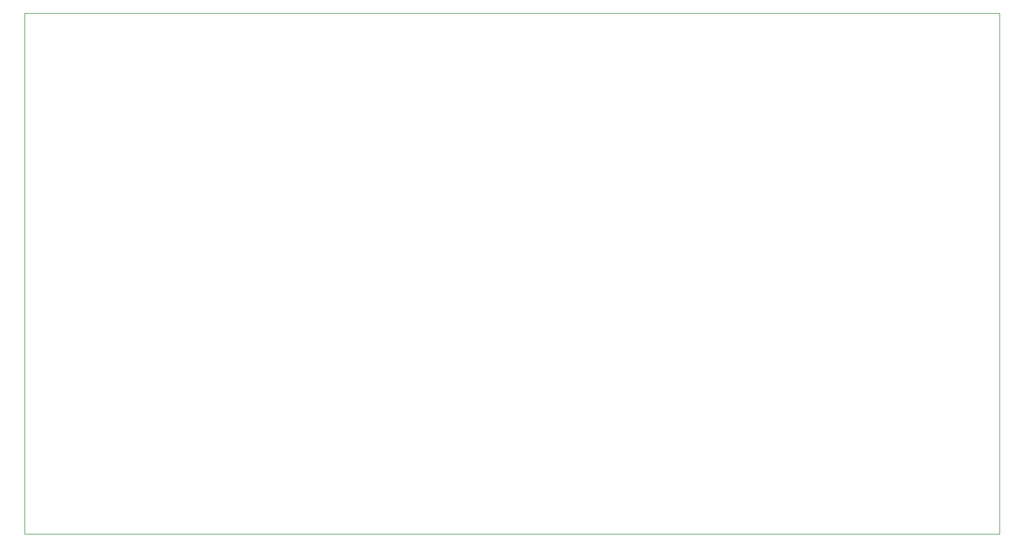
<source format=gm1>
G04 #@! TF.GenerationSoftware,KiCad,Pcbnew,(5.1.0)-1*
G04 #@! TF.CreationDate,2019-05-08T17:57:04+02:00*
G04 #@! TF.ProjectId,cascade_trigger,63617363-6164-4655-9f74-726967676572,rev?*
G04 #@! TF.SameCoordinates,Original*
G04 #@! TF.FileFunction,Profile,NP*
%FSLAX46Y46*%
G04 Gerber Fmt 4.6, Leading zero omitted, Abs format (unit mm)*
G04 Created by KiCad (PCBNEW (5.1.0)-1) date 2019-05-08 17:57:04*
%MOMM*%
%LPD*%
G04 APERTURE LIST*
%ADD10C,0.050000*%
G04 APERTURE END LIST*
D10*
X15240000Y-67310000D02*
X15240000Y10160000D01*
X160020000Y-67310000D02*
X15240000Y-67310000D01*
X160020000Y10160000D02*
X160020000Y-67310000D01*
X157480000Y10160000D02*
X160020000Y10160000D01*
X15240000Y10160000D02*
X157480000Y10160000D01*
M02*

</source>
